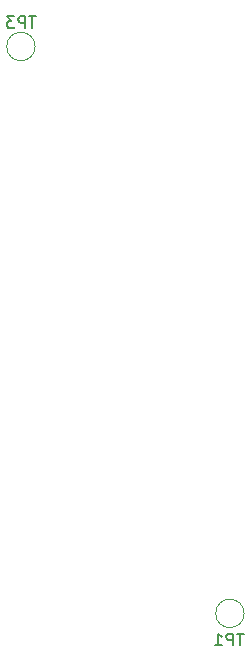
<source format=gbr>
%TF.GenerationSoftware,KiCad,Pcbnew,(6.0.7)*%
%TF.CreationDate,2023-01-15T17:43:20+08:00*%
%TF.ProjectId,Rp2040 wearable dev boards w wireless,52703230-3430-4207-9765-617261626c65,rev?*%
%TF.SameCoordinates,Original*%
%TF.FileFunction,Legend,Bot*%
%TF.FilePolarity,Positive*%
%FSLAX46Y46*%
G04 Gerber Fmt 4.6, Leading zero omitted, Abs format (unit mm)*
G04 Created by KiCad (PCBNEW (6.0.7)) date 2023-01-15 17:43:20*
%MOMM*%
%LPD*%
G01*
G04 APERTURE LIST*
%ADD10C,0.150000*%
%ADD11C,0.120000*%
%ADD12C,0.630000*%
%ADD13C,0.600000*%
%ADD14O,1.158000X2.316000*%
%ADD15O,1.200000X2.400000*%
%ADD16R,4.560000X1.000000*%
%ADD17C,2.000000*%
G04 APERTURE END LIST*
D10*
%TO.C,TP3*%
X44511904Y-43704380D02*
X43940476Y-43704380D01*
X44226190Y-44704380D02*
X44226190Y-43704380D01*
X43607142Y-44704380D02*
X43607142Y-43704380D01*
X43226190Y-43704380D01*
X43130952Y-43752000D01*
X43083333Y-43799619D01*
X43035714Y-43894857D01*
X43035714Y-44037714D01*
X43083333Y-44132952D01*
X43130952Y-44180571D01*
X43226190Y-44228190D01*
X43607142Y-44228190D01*
X42702380Y-43704380D02*
X42083333Y-43704380D01*
X42416666Y-44085333D01*
X42273809Y-44085333D01*
X42178571Y-44132952D01*
X42130952Y-44180571D01*
X42083333Y-44275809D01*
X42083333Y-44513904D01*
X42130952Y-44609142D01*
X42178571Y-44656761D01*
X42273809Y-44704380D01*
X42559523Y-44704380D01*
X42654761Y-44656761D01*
X42702380Y-44609142D01*
%TO.C,TP1*%
X62111904Y-95952380D02*
X61540476Y-95952380D01*
X61826190Y-96952380D02*
X61826190Y-95952380D01*
X61207142Y-96952380D02*
X61207142Y-95952380D01*
X60826190Y-95952380D01*
X60730952Y-96000000D01*
X60683333Y-96047619D01*
X60635714Y-96142857D01*
X60635714Y-96285714D01*
X60683333Y-96380952D01*
X60730952Y-96428571D01*
X60826190Y-96476190D01*
X61207142Y-96476190D01*
X59683333Y-96952380D02*
X60254761Y-96952380D01*
X59969047Y-96952380D02*
X59969047Y-95952380D01*
X60064285Y-96095238D01*
X60159523Y-96190476D01*
X60254761Y-96238095D01*
D11*
%TO.C,TP3*%
X44450000Y-46250000D02*
G75*
G03*
X44450000Y-46250000I-1200000J0D01*
G01*
%TO.C,TP1*%
X62150000Y-94250000D02*
G75*
G03*
X62150000Y-94250000I-1200000J0D01*
G01*
%TD*%
%LPC*%
D12*
%TO.C,J2*%
X46276000Y-95400000D03*
D13*
X52276000Y-95400000D03*
D12*
X52276000Y-95400000D03*
D14*
X44956000Y-94675000D03*
X53596000Y-94675000D03*
D15*
X44956000Y-98500000D03*
X53596000Y-98500000D03*
%TD*%
D16*
%TO.C,J6*%
X38428500Y-43490750D03*
X38428500Y-49030750D03*
%TD*%
D17*
%TO.C,TP3*%
X43250000Y-46250000D03*
%TD*%
%TO.C,TP1*%
X60950000Y-94250000D03*
%TD*%
M02*

</source>
